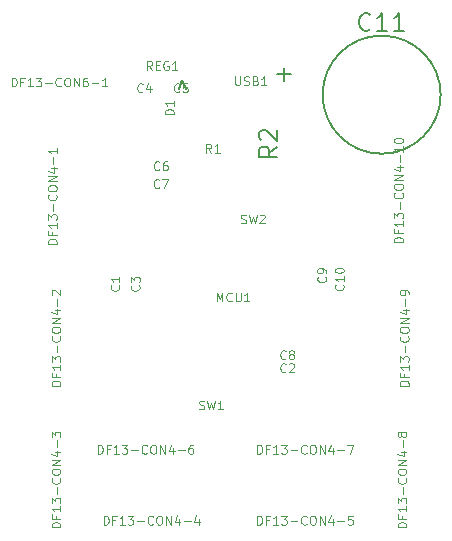
<source format=gto>
G04 (created by PCBNEW (25-Oct-2014 BZR 4029)-stable) date Mon 07 Sep 2015 11:32:33 AM EDT*
%MOIN*%
G04 Gerber Fmt 3.4, Leading zero omitted, Abs format*
%FSLAX34Y34*%
G01*
G70*
G90*
G04 APERTURE LIST*
%ADD10C,0.00393701*%
%ADD11C,0.00590551*%
%ADD12C,0.00492126*%
G04 APERTURE END LIST*
G54D10*
G54D11*
X56889Y-34409D02*
G75*
G03X56889Y-34409I-1968J0D01*
G74*
G01*
G54D12*
X45655Y-48741D02*
X45655Y-48446D01*
X45725Y-48446D01*
X45767Y-48460D01*
X45795Y-48488D01*
X45809Y-48516D01*
X45823Y-48572D01*
X45823Y-48615D01*
X45809Y-48671D01*
X45795Y-48699D01*
X45767Y-48727D01*
X45725Y-48741D01*
X45655Y-48741D01*
X46048Y-48586D02*
X45950Y-48586D01*
X45950Y-48741D02*
X45950Y-48446D01*
X46091Y-48446D01*
X46358Y-48741D02*
X46189Y-48741D01*
X46273Y-48741D02*
X46273Y-48446D01*
X46245Y-48488D01*
X46217Y-48516D01*
X46189Y-48530D01*
X46456Y-48446D02*
X46639Y-48446D01*
X46541Y-48558D01*
X46583Y-48558D01*
X46611Y-48572D01*
X46625Y-48586D01*
X46639Y-48615D01*
X46639Y-48685D01*
X46625Y-48713D01*
X46611Y-48727D01*
X46583Y-48741D01*
X46498Y-48741D01*
X46470Y-48727D01*
X46456Y-48713D01*
X46766Y-48629D02*
X46991Y-48629D01*
X47300Y-48713D02*
X47286Y-48727D01*
X47244Y-48741D01*
X47215Y-48741D01*
X47173Y-48727D01*
X47145Y-48699D01*
X47131Y-48671D01*
X47117Y-48615D01*
X47117Y-48572D01*
X47131Y-48516D01*
X47145Y-48488D01*
X47173Y-48460D01*
X47215Y-48446D01*
X47244Y-48446D01*
X47286Y-48460D01*
X47300Y-48474D01*
X47483Y-48446D02*
X47539Y-48446D01*
X47567Y-48460D01*
X47595Y-48488D01*
X47609Y-48544D01*
X47609Y-48643D01*
X47595Y-48699D01*
X47567Y-48727D01*
X47539Y-48741D01*
X47483Y-48741D01*
X47455Y-48727D01*
X47426Y-48699D01*
X47412Y-48643D01*
X47412Y-48544D01*
X47426Y-48488D01*
X47455Y-48460D01*
X47483Y-48446D01*
X47736Y-48741D02*
X47736Y-48446D01*
X47904Y-48741D01*
X47904Y-48446D01*
X48172Y-48544D02*
X48172Y-48741D01*
X48101Y-48432D02*
X48031Y-48643D01*
X48214Y-48643D01*
X48326Y-48629D02*
X48551Y-48629D01*
X48818Y-48544D02*
X48818Y-48741D01*
X48748Y-48432D02*
X48678Y-48643D01*
X48861Y-48643D01*
X49419Y-41300D02*
X49419Y-41005D01*
X49517Y-41216D01*
X49616Y-41005D01*
X49616Y-41300D01*
X49925Y-41272D02*
X49911Y-41286D01*
X49869Y-41300D01*
X49841Y-41300D01*
X49798Y-41286D01*
X49770Y-41258D01*
X49756Y-41230D01*
X49742Y-41174D01*
X49742Y-41131D01*
X49756Y-41075D01*
X49770Y-41047D01*
X49798Y-41019D01*
X49841Y-41005D01*
X49869Y-41005D01*
X49911Y-41019D01*
X49925Y-41033D01*
X50052Y-41005D02*
X50052Y-41244D01*
X50066Y-41272D01*
X50080Y-41286D01*
X50108Y-41300D01*
X50164Y-41300D01*
X50192Y-41286D01*
X50206Y-41272D01*
X50220Y-41244D01*
X50220Y-41005D01*
X50516Y-41300D02*
X50347Y-41300D01*
X50431Y-41300D02*
X50431Y-41005D01*
X50403Y-41047D01*
X50375Y-41075D01*
X50347Y-41089D01*
X50037Y-33800D02*
X50037Y-34039D01*
X50052Y-34067D01*
X50066Y-34081D01*
X50094Y-34095D01*
X50150Y-34095D01*
X50178Y-34081D01*
X50192Y-34067D01*
X50206Y-34039D01*
X50206Y-33800D01*
X50333Y-34081D02*
X50375Y-34095D01*
X50445Y-34095D01*
X50473Y-34081D01*
X50487Y-34067D01*
X50501Y-34039D01*
X50501Y-34011D01*
X50487Y-33983D01*
X50473Y-33969D01*
X50445Y-33955D01*
X50389Y-33941D01*
X50361Y-33927D01*
X50347Y-33913D01*
X50333Y-33884D01*
X50333Y-33856D01*
X50347Y-33828D01*
X50361Y-33814D01*
X50389Y-33800D01*
X50459Y-33800D01*
X50501Y-33814D01*
X50726Y-33941D02*
X50769Y-33955D01*
X50783Y-33969D01*
X50797Y-33997D01*
X50797Y-34039D01*
X50783Y-34067D01*
X50769Y-34081D01*
X50741Y-34095D01*
X50628Y-34095D01*
X50628Y-33800D01*
X50726Y-33800D01*
X50755Y-33814D01*
X50769Y-33828D01*
X50783Y-33856D01*
X50783Y-33884D01*
X50769Y-33913D01*
X50755Y-33927D01*
X50726Y-33941D01*
X50628Y-33941D01*
X51078Y-34095D02*
X50909Y-34095D01*
X50994Y-34095D02*
X50994Y-33800D01*
X50965Y-33842D01*
X50937Y-33870D01*
X50909Y-33884D01*
X47267Y-33584D02*
X47169Y-33443D01*
X47099Y-33584D02*
X47099Y-33288D01*
X47211Y-33288D01*
X47239Y-33302D01*
X47253Y-33316D01*
X47267Y-33345D01*
X47267Y-33387D01*
X47253Y-33415D01*
X47239Y-33429D01*
X47211Y-33443D01*
X47099Y-33443D01*
X47394Y-33429D02*
X47492Y-33429D01*
X47535Y-33584D02*
X47394Y-33584D01*
X47394Y-33288D01*
X47535Y-33288D01*
X47816Y-33302D02*
X47788Y-33288D01*
X47746Y-33288D01*
X47703Y-33302D01*
X47675Y-33330D01*
X47661Y-33359D01*
X47647Y-33415D01*
X47647Y-33457D01*
X47661Y-33513D01*
X47675Y-33541D01*
X47703Y-33570D01*
X47746Y-33584D01*
X47774Y-33584D01*
X47816Y-33570D01*
X47830Y-33555D01*
X47830Y-33457D01*
X47774Y-33457D01*
X48111Y-33584D02*
X47942Y-33584D01*
X48027Y-33584D02*
X48027Y-33288D01*
X47999Y-33330D01*
X47971Y-33359D01*
X47942Y-33373D01*
X42584Y-34135D02*
X42584Y-33839D01*
X42654Y-33839D01*
X42696Y-33854D01*
X42724Y-33882D01*
X42739Y-33910D01*
X42753Y-33966D01*
X42753Y-34008D01*
X42739Y-34064D01*
X42724Y-34093D01*
X42696Y-34121D01*
X42654Y-34135D01*
X42584Y-34135D01*
X42978Y-33980D02*
X42879Y-33980D01*
X42879Y-34135D02*
X42879Y-33839D01*
X43020Y-33839D01*
X43287Y-34135D02*
X43118Y-34135D01*
X43203Y-34135D02*
X43203Y-33839D01*
X43174Y-33882D01*
X43146Y-33910D01*
X43118Y-33924D01*
X43385Y-33839D02*
X43568Y-33839D01*
X43470Y-33952D01*
X43512Y-33952D01*
X43540Y-33966D01*
X43554Y-33980D01*
X43568Y-34008D01*
X43568Y-34079D01*
X43554Y-34107D01*
X43540Y-34121D01*
X43512Y-34135D01*
X43428Y-34135D01*
X43399Y-34121D01*
X43385Y-34107D01*
X43695Y-34022D02*
X43920Y-34022D01*
X44229Y-34107D02*
X44215Y-34121D01*
X44173Y-34135D01*
X44145Y-34135D01*
X44102Y-34121D01*
X44074Y-34093D01*
X44060Y-34064D01*
X44046Y-34008D01*
X44046Y-33966D01*
X44060Y-33910D01*
X44074Y-33882D01*
X44102Y-33854D01*
X44145Y-33839D01*
X44173Y-33839D01*
X44215Y-33854D01*
X44229Y-33868D01*
X44412Y-33839D02*
X44468Y-33839D01*
X44496Y-33854D01*
X44524Y-33882D01*
X44538Y-33938D01*
X44538Y-34036D01*
X44524Y-34093D01*
X44496Y-34121D01*
X44468Y-34135D01*
X44412Y-34135D01*
X44384Y-34121D01*
X44356Y-34093D01*
X44341Y-34036D01*
X44341Y-33938D01*
X44356Y-33882D01*
X44384Y-33854D01*
X44412Y-33839D01*
X44665Y-34135D02*
X44665Y-33839D01*
X44834Y-34135D01*
X44834Y-33839D01*
X45101Y-33839D02*
X45044Y-33839D01*
X45016Y-33854D01*
X45002Y-33868D01*
X44974Y-33910D01*
X44960Y-33966D01*
X44960Y-34079D01*
X44974Y-34107D01*
X44988Y-34121D01*
X45016Y-34135D01*
X45073Y-34135D01*
X45101Y-34121D01*
X45115Y-34107D01*
X45129Y-34079D01*
X45129Y-34008D01*
X45115Y-33980D01*
X45101Y-33966D01*
X45073Y-33952D01*
X45016Y-33952D01*
X44988Y-33966D01*
X44974Y-33980D01*
X44960Y-34008D01*
X45255Y-34022D02*
X45480Y-34022D01*
X45776Y-34135D02*
X45607Y-34135D01*
X45691Y-34135D02*
X45691Y-33839D01*
X45663Y-33882D01*
X45635Y-33910D01*
X45607Y-33924D01*
X45458Y-46379D02*
X45458Y-46084D01*
X45528Y-46084D01*
X45570Y-46098D01*
X45598Y-46126D01*
X45613Y-46154D01*
X45627Y-46210D01*
X45627Y-46252D01*
X45613Y-46309D01*
X45598Y-46337D01*
X45570Y-46365D01*
X45528Y-46379D01*
X45458Y-46379D01*
X45852Y-46224D02*
X45753Y-46224D01*
X45753Y-46379D02*
X45753Y-46084D01*
X45894Y-46084D01*
X46161Y-46379D02*
X45992Y-46379D01*
X46077Y-46379D02*
X46077Y-46084D01*
X46048Y-46126D01*
X46020Y-46154D01*
X45992Y-46168D01*
X46259Y-46084D02*
X46442Y-46084D01*
X46344Y-46196D01*
X46386Y-46196D01*
X46414Y-46210D01*
X46428Y-46224D01*
X46442Y-46252D01*
X46442Y-46323D01*
X46428Y-46351D01*
X46414Y-46365D01*
X46386Y-46379D01*
X46302Y-46379D01*
X46273Y-46365D01*
X46259Y-46351D01*
X46569Y-46266D02*
X46794Y-46266D01*
X47103Y-46351D02*
X47089Y-46365D01*
X47047Y-46379D01*
X47019Y-46379D01*
X46976Y-46365D01*
X46948Y-46337D01*
X46934Y-46309D01*
X46920Y-46252D01*
X46920Y-46210D01*
X46934Y-46154D01*
X46948Y-46126D01*
X46976Y-46098D01*
X47019Y-46084D01*
X47047Y-46084D01*
X47089Y-46098D01*
X47103Y-46112D01*
X47286Y-46084D02*
X47342Y-46084D01*
X47370Y-46098D01*
X47398Y-46126D01*
X47412Y-46182D01*
X47412Y-46280D01*
X47398Y-46337D01*
X47370Y-46365D01*
X47342Y-46379D01*
X47286Y-46379D01*
X47258Y-46365D01*
X47230Y-46337D01*
X47215Y-46280D01*
X47215Y-46182D01*
X47230Y-46126D01*
X47258Y-46098D01*
X47286Y-46084D01*
X47539Y-46379D02*
X47539Y-46084D01*
X47708Y-46379D01*
X47708Y-46084D01*
X47975Y-46182D02*
X47975Y-46379D01*
X47904Y-46070D02*
X47834Y-46280D01*
X48017Y-46280D01*
X48129Y-46266D02*
X48354Y-46266D01*
X48622Y-46084D02*
X48565Y-46084D01*
X48537Y-46098D01*
X48523Y-46112D01*
X48495Y-46154D01*
X48481Y-46210D01*
X48481Y-46323D01*
X48495Y-46351D01*
X48509Y-46365D01*
X48537Y-46379D01*
X48593Y-46379D01*
X48622Y-46365D01*
X48636Y-46351D01*
X48650Y-46323D01*
X48650Y-46252D01*
X48636Y-46224D01*
X48622Y-46210D01*
X48593Y-46196D01*
X48537Y-46196D01*
X48509Y-46210D01*
X48495Y-46224D01*
X48481Y-46252D01*
X44095Y-39384D02*
X43800Y-39384D01*
X43800Y-39313D01*
X43814Y-39271D01*
X43842Y-39243D01*
X43870Y-39229D01*
X43927Y-39215D01*
X43969Y-39215D01*
X44025Y-39229D01*
X44053Y-39243D01*
X44081Y-39271D01*
X44095Y-39313D01*
X44095Y-39384D01*
X43941Y-38990D02*
X43941Y-39088D01*
X44095Y-39088D02*
X43800Y-39088D01*
X43800Y-38948D01*
X44095Y-38681D02*
X44095Y-38849D01*
X44095Y-38765D02*
X43800Y-38765D01*
X43842Y-38793D01*
X43870Y-38821D01*
X43884Y-38849D01*
X43800Y-38582D02*
X43800Y-38399D01*
X43913Y-38498D01*
X43913Y-38456D01*
X43927Y-38428D01*
X43941Y-38413D01*
X43969Y-38399D01*
X44039Y-38399D01*
X44067Y-38413D01*
X44081Y-38428D01*
X44095Y-38456D01*
X44095Y-38540D01*
X44081Y-38568D01*
X44067Y-38582D01*
X43983Y-38273D02*
X43983Y-38048D01*
X44067Y-37739D02*
X44081Y-37753D01*
X44095Y-37795D01*
X44095Y-37823D01*
X44081Y-37865D01*
X44053Y-37893D01*
X44025Y-37907D01*
X43969Y-37921D01*
X43927Y-37921D01*
X43870Y-37907D01*
X43842Y-37893D01*
X43814Y-37865D01*
X43800Y-37823D01*
X43800Y-37795D01*
X43814Y-37753D01*
X43828Y-37739D01*
X43800Y-37556D02*
X43800Y-37499D01*
X43814Y-37471D01*
X43842Y-37443D01*
X43899Y-37429D01*
X43997Y-37429D01*
X44053Y-37443D01*
X44081Y-37471D01*
X44095Y-37499D01*
X44095Y-37556D01*
X44081Y-37584D01*
X44053Y-37612D01*
X43997Y-37626D01*
X43899Y-37626D01*
X43842Y-37612D01*
X43814Y-37584D01*
X43800Y-37556D01*
X44095Y-37303D02*
X43800Y-37303D01*
X44095Y-37134D01*
X43800Y-37134D01*
X43899Y-36867D02*
X44095Y-36867D01*
X43786Y-36937D02*
X43997Y-37007D01*
X43997Y-36825D01*
X43983Y-36712D02*
X43983Y-36487D01*
X44095Y-36192D02*
X44095Y-36361D01*
X44095Y-36276D02*
X43800Y-36276D01*
X43842Y-36304D01*
X43870Y-36332D01*
X43884Y-36361D01*
X44214Y-44108D02*
X43918Y-44108D01*
X43918Y-44038D01*
X43932Y-43996D01*
X43960Y-43967D01*
X43989Y-43953D01*
X44045Y-43939D01*
X44087Y-43939D01*
X44143Y-43953D01*
X44171Y-43967D01*
X44199Y-43996D01*
X44214Y-44038D01*
X44214Y-44108D01*
X44059Y-43714D02*
X44059Y-43813D01*
X44214Y-43813D02*
X43918Y-43813D01*
X43918Y-43672D01*
X44214Y-43405D02*
X44214Y-43574D01*
X44214Y-43489D02*
X43918Y-43489D01*
X43960Y-43517D01*
X43989Y-43546D01*
X44003Y-43574D01*
X43918Y-43307D02*
X43918Y-43124D01*
X44031Y-43222D01*
X44031Y-43180D01*
X44045Y-43152D01*
X44059Y-43138D01*
X44087Y-43124D01*
X44157Y-43124D01*
X44185Y-43138D01*
X44199Y-43152D01*
X44214Y-43180D01*
X44214Y-43264D01*
X44199Y-43293D01*
X44185Y-43307D01*
X44101Y-42997D02*
X44101Y-42772D01*
X44185Y-42463D02*
X44199Y-42477D01*
X44214Y-42519D01*
X44214Y-42547D01*
X44199Y-42589D01*
X44171Y-42618D01*
X44143Y-42632D01*
X44087Y-42646D01*
X44045Y-42646D01*
X43989Y-42632D01*
X43960Y-42618D01*
X43932Y-42589D01*
X43918Y-42547D01*
X43918Y-42519D01*
X43932Y-42477D01*
X43946Y-42463D01*
X43918Y-42280D02*
X43918Y-42224D01*
X43932Y-42196D01*
X43960Y-42168D01*
X44017Y-42154D01*
X44115Y-42154D01*
X44171Y-42168D01*
X44199Y-42196D01*
X44214Y-42224D01*
X44214Y-42280D01*
X44199Y-42308D01*
X44171Y-42336D01*
X44115Y-42350D01*
X44017Y-42350D01*
X43960Y-42336D01*
X43932Y-42308D01*
X43918Y-42280D01*
X44214Y-42027D02*
X43918Y-42027D01*
X44214Y-41858D01*
X43918Y-41858D01*
X44017Y-41591D02*
X44214Y-41591D01*
X43904Y-41661D02*
X44115Y-41732D01*
X44115Y-41549D01*
X44101Y-41437D02*
X44101Y-41212D01*
X43946Y-41085D02*
X43932Y-41071D01*
X43918Y-41043D01*
X43918Y-40973D01*
X43932Y-40944D01*
X43946Y-40930D01*
X43974Y-40916D01*
X44003Y-40916D01*
X44045Y-40930D01*
X44214Y-41099D01*
X44214Y-40916D01*
X44214Y-48832D02*
X43918Y-48832D01*
X43918Y-48762D01*
X43932Y-48720D01*
X43960Y-48692D01*
X43989Y-48678D01*
X44045Y-48664D01*
X44087Y-48664D01*
X44143Y-48678D01*
X44171Y-48692D01*
X44199Y-48720D01*
X44214Y-48762D01*
X44214Y-48832D01*
X44059Y-48439D02*
X44059Y-48537D01*
X44214Y-48537D02*
X43918Y-48537D01*
X43918Y-48397D01*
X44214Y-48129D02*
X44214Y-48298D01*
X44214Y-48214D02*
X43918Y-48214D01*
X43960Y-48242D01*
X43989Y-48270D01*
X44003Y-48298D01*
X43918Y-48031D02*
X43918Y-47848D01*
X44031Y-47947D01*
X44031Y-47904D01*
X44045Y-47876D01*
X44059Y-47862D01*
X44087Y-47848D01*
X44157Y-47848D01*
X44185Y-47862D01*
X44199Y-47876D01*
X44214Y-47904D01*
X44214Y-47989D01*
X44199Y-48017D01*
X44185Y-48031D01*
X44101Y-47722D02*
X44101Y-47497D01*
X44185Y-47187D02*
X44199Y-47201D01*
X44214Y-47244D01*
X44214Y-47272D01*
X44199Y-47314D01*
X44171Y-47342D01*
X44143Y-47356D01*
X44087Y-47370D01*
X44045Y-47370D01*
X43989Y-47356D01*
X43960Y-47342D01*
X43932Y-47314D01*
X43918Y-47272D01*
X43918Y-47244D01*
X43932Y-47201D01*
X43946Y-47187D01*
X43918Y-47005D02*
X43918Y-46948D01*
X43932Y-46920D01*
X43960Y-46892D01*
X44017Y-46878D01*
X44115Y-46878D01*
X44171Y-46892D01*
X44199Y-46920D01*
X44214Y-46948D01*
X44214Y-47005D01*
X44199Y-47033D01*
X44171Y-47061D01*
X44115Y-47075D01*
X44017Y-47075D01*
X43960Y-47061D01*
X43932Y-47033D01*
X43918Y-47005D01*
X44214Y-46751D02*
X43918Y-46751D01*
X44214Y-46583D01*
X43918Y-46583D01*
X44017Y-46316D02*
X44214Y-46316D01*
X43904Y-46386D02*
X44115Y-46456D01*
X44115Y-46273D01*
X44101Y-46161D02*
X44101Y-45936D01*
X43918Y-45823D02*
X43918Y-45641D01*
X44031Y-45739D01*
X44031Y-45697D01*
X44045Y-45669D01*
X44059Y-45655D01*
X44087Y-45641D01*
X44157Y-45641D01*
X44185Y-45655D01*
X44199Y-45669D01*
X44214Y-45697D01*
X44214Y-45781D01*
X44199Y-45809D01*
X44185Y-45823D01*
X50773Y-48741D02*
X50773Y-48446D01*
X50843Y-48446D01*
X50885Y-48460D01*
X50913Y-48488D01*
X50928Y-48516D01*
X50942Y-48572D01*
X50942Y-48615D01*
X50928Y-48671D01*
X50913Y-48699D01*
X50885Y-48727D01*
X50843Y-48741D01*
X50773Y-48741D01*
X51167Y-48586D02*
X51068Y-48586D01*
X51068Y-48741D02*
X51068Y-48446D01*
X51209Y-48446D01*
X51476Y-48741D02*
X51307Y-48741D01*
X51392Y-48741D02*
X51392Y-48446D01*
X51363Y-48488D01*
X51335Y-48516D01*
X51307Y-48530D01*
X51574Y-48446D02*
X51757Y-48446D01*
X51659Y-48558D01*
X51701Y-48558D01*
X51729Y-48572D01*
X51743Y-48586D01*
X51757Y-48615D01*
X51757Y-48685D01*
X51743Y-48713D01*
X51729Y-48727D01*
X51701Y-48741D01*
X51616Y-48741D01*
X51588Y-48727D01*
X51574Y-48713D01*
X51884Y-48629D02*
X52109Y-48629D01*
X52418Y-48713D02*
X52404Y-48727D01*
X52362Y-48741D01*
X52334Y-48741D01*
X52291Y-48727D01*
X52263Y-48699D01*
X52249Y-48671D01*
X52235Y-48615D01*
X52235Y-48572D01*
X52249Y-48516D01*
X52263Y-48488D01*
X52291Y-48460D01*
X52334Y-48446D01*
X52362Y-48446D01*
X52404Y-48460D01*
X52418Y-48474D01*
X52601Y-48446D02*
X52657Y-48446D01*
X52685Y-48460D01*
X52713Y-48488D01*
X52727Y-48544D01*
X52727Y-48643D01*
X52713Y-48699D01*
X52685Y-48727D01*
X52657Y-48741D01*
X52601Y-48741D01*
X52573Y-48727D01*
X52544Y-48699D01*
X52530Y-48643D01*
X52530Y-48544D01*
X52544Y-48488D01*
X52573Y-48460D01*
X52601Y-48446D01*
X52854Y-48741D02*
X52854Y-48446D01*
X53023Y-48741D01*
X53023Y-48446D01*
X53290Y-48544D02*
X53290Y-48741D01*
X53219Y-48432D02*
X53149Y-48643D01*
X53332Y-48643D01*
X53444Y-48629D02*
X53669Y-48629D01*
X53951Y-48446D02*
X53810Y-48446D01*
X53796Y-48586D01*
X53810Y-48572D01*
X53838Y-48558D01*
X53908Y-48558D01*
X53937Y-48572D01*
X53951Y-48586D01*
X53965Y-48615D01*
X53965Y-48685D01*
X53951Y-48713D01*
X53937Y-48727D01*
X53908Y-48741D01*
X53838Y-48741D01*
X53810Y-48727D01*
X53796Y-48713D01*
X50773Y-46379D02*
X50773Y-46084D01*
X50843Y-46084D01*
X50885Y-46098D01*
X50913Y-46126D01*
X50928Y-46154D01*
X50942Y-46210D01*
X50942Y-46252D01*
X50928Y-46309D01*
X50913Y-46337D01*
X50885Y-46365D01*
X50843Y-46379D01*
X50773Y-46379D01*
X51167Y-46224D02*
X51068Y-46224D01*
X51068Y-46379D02*
X51068Y-46084D01*
X51209Y-46084D01*
X51476Y-46379D02*
X51307Y-46379D01*
X51392Y-46379D02*
X51392Y-46084D01*
X51363Y-46126D01*
X51335Y-46154D01*
X51307Y-46168D01*
X51574Y-46084D02*
X51757Y-46084D01*
X51659Y-46196D01*
X51701Y-46196D01*
X51729Y-46210D01*
X51743Y-46224D01*
X51757Y-46252D01*
X51757Y-46323D01*
X51743Y-46351D01*
X51729Y-46365D01*
X51701Y-46379D01*
X51616Y-46379D01*
X51588Y-46365D01*
X51574Y-46351D01*
X51884Y-46266D02*
X52109Y-46266D01*
X52418Y-46351D02*
X52404Y-46365D01*
X52362Y-46379D01*
X52334Y-46379D01*
X52291Y-46365D01*
X52263Y-46337D01*
X52249Y-46309D01*
X52235Y-46252D01*
X52235Y-46210D01*
X52249Y-46154D01*
X52263Y-46126D01*
X52291Y-46098D01*
X52334Y-46084D01*
X52362Y-46084D01*
X52404Y-46098D01*
X52418Y-46112D01*
X52601Y-46084D02*
X52657Y-46084D01*
X52685Y-46098D01*
X52713Y-46126D01*
X52727Y-46182D01*
X52727Y-46280D01*
X52713Y-46337D01*
X52685Y-46365D01*
X52657Y-46379D01*
X52601Y-46379D01*
X52573Y-46365D01*
X52544Y-46337D01*
X52530Y-46280D01*
X52530Y-46182D01*
X52544Y-46126D01*
X52573Y-46098D01*
X52601Y-46084D01*
X52854Y-46379D02*
X52854Y-46084D01*
X53023Y-46379D01*
X53023Y-46084D01*
X53290Y-46182D02*
X53290Y-46379D01*
X53219Y-46070D02*
X53149Y-46280D01*
X53332Y-46280D01*
X53444Y-46266D02*
X53669Y-46266D01*
X53782Y-46084D02*
X53979Y-46084D01*
X53852Y-46379D01*
X55749Y-48832D02*
X55454Y-48832D01*
X55454Y-48762D01*
X55468Y-48720D01*
X55496Y-48692D01*
X55524Y-48678D01*
X55580Y-48664D01*
X55622Y-48664D01*
X55679Y-48678D01*
X55707Y-48692D01*
X55735Y-48720D01*
X55749Y-48762D01*
X55749Y-48832D01*
X55594Y-48439D02*
X55594Y-48537D01*
X55749Y-48537D02*
X55454Y-48537D01*
X55454Y-48397D01*
X55749Y-48129D02*
X55749Y-48298D01*
X55749Y-48214D02*
X55454Y-48214D01*
X55496Y-48242D01*
X55524Y-48270D01*
X55538Y-48298D01*
X55454Y-48031D02*
X55454Y-47848D01*
X55566Y-47947D01*
X55566Y-47904D01*
X55580Y-47876D01*
X55594Y-47862D01*
X55622Y-47848D01*
X55693Y-47848D01*
X55721Y-47862D01*
X55735Y-47876D01*
X55749Y-47904D01*
X55749Y-47989D01*
X55735Y-48017D01*
X55721Y-48031D01*
X55636Y-47722D02*
X55636Y-47497D01*
X55721Y-47187D02*
X55735Y-47201D01*
X55749Y-47244D01*
X55749Y-47272D01*
X55735Y-47314D01*
X55707Y-47342D01*
X55679Y-47356D01*
X55622Y-47370D01*
X55580Y-47370D01*
X55524Y-47356D01*
X55496Y-47342D01*
X55468Y-47314D01*
X55454Y-47272D01*
X55454Y-47244D01*
X55468Y-47201D01*
X55482Y-47187D01*
X55454Y-47005D02*
X55454Y-46948D01*
X55468Y-46920D01*
X55496Y-46892D01*
X55552Y-46878D01*
X55651Y-46878D01*
X55707Y-46892D01*
X55735Y-46920D01*
X55749Y-46948D01*
X55749Y-47005D01*
X55735Y-47033D01*
X55707Y-47061D01*
X55651Y-47075D01*
X55552Y-47075D01*
X55496Y-47061D01*
X55468Y-47033D01*
X55454Y-47005D01*
X55749Y-46751D02*
X55454Y-46751D01*
X55749Y-46583D01*
X55454Y-46583D01*
X55552Y-46316D02*
X55749Y-46316D01*
X55440Y-46386D02*
X55651Y-46456D01*
X55651Y-46273D01*
X55636Y-46161D02*
X55636Y-45936D01*
X55580Y-45753D02*
X55566Y-45781D01*
X55552Y-45795D01*
X55524Y-45809D01*
X55510Y-45809D01*
X55482Y-45795D01*
X55468Y-45781D01*
X55454Y-45753D01*
X55454Y-45697D01*
X55468Y-45669D01*
X55482Y-45655D01*
X55510Y-45641D01*
X55524Y-45641D01*
X55552Y-45655D01*
X55566Y-45669D01*
X55580Y-45697D01*
X55580Y-45753D01*
X55594Y-45781D01*
X55608Y-45795D01*
X55636Y-45809D01*
X55693Y-45809D01*
X55721Y-45795D01*
X55735Y-45781D01*
X55749Y-45753D01*
X55749Y-45697D01*
X55735Y-45669D01*
X55721Y-45655D01*
X55693Y-45641D01*
X55636Y-45641D01*
X55608Y-45655D01*
X55594Y-45669D01*
X55580Y-45697D01*
X55828Y-44108D02*
X55532Y-44108D01*
X55532Y-44038D01*
X55546Y-43996D01*
X55575Y-43967D01*
X55603Y-43953D01*
X55659Y-43939D01*
X55701Y-43939D01*
X55757Y-43953D01*
X55785Y-43967D01*
X55814Y-43996D01*
X55828Y-44038D01*
X55828Y-44108D01*
X55673Y-43714D02*
X55673Y-43813D01*
X55828Y-43813D02*
X55532Y-43813D01*
X55532Y-43672D01*
X55828Y-43405D02*
X55828Y-43574D01*
X55828Y-43489D02*
X55532Y-43489D01*
X55575Y-43517D01*
X55603Y-43546D01*
X55617Y-43574D01*
X55532Y-43307D02*
X55532Y-43124D01*
X55645Y-43222D01*
X55645Y-43180D01*
X55659Y-43152D01*
X55673Y-43138D01*
X55701Y-43124D01*
X55771Y-43124D01*
X55800Y-43138D01*
X55814Y-43152D01*
X55828Y-43180D01*
X55828Y-43264D01*
X55814Y-43293D01*
X55800Y-43307D01*
X55715Y-42997D02*
X55715Y-42772D01*
X55800Y-42463D02*
X55814Y-42477D01*
X55828Y-42519D01*
X55828Y-42547D01*
X55814Y-42589D01*
X55785Y-42618D01*
X55757Y-42632D01*
X55701Y-42646D01*
X55659Y-42646D01*
X55603Y-42632D01*
X55575Y-42618D01*
X55546Y-42589D01*
X55532Y-42547D01*
X55532Y-42519D01*
X55546Y-42477D01*
X55561Y-42463D01*
X55532Y-42280D02*
X55532Y-42224D01*
X55546Y-42196D01*
X55575Y-42168D01*
X55631Y-42154D01*
X55729Y-42154D01*
X55785Y-42168D01*
X55814Y-42196D01*
X55828Y-42224D01*
X55828Y-42280D01*
X55814Y-42308D01*
X55785Y-42336D01*
X55729Y-42350D01*
X55631Y-42350D01*
X55575Y-42336D01*
X55546Y-42308D01*
X55532Y-42280D01*
X55828Y-42027D02*
X55532Y-42027D01*
X55828Y-41858D01*
X55532Y-41858D01*
X55631Y-41591D02*
X55828Y-41591D01*
X55518Y-41661D02*
X55729Y-41732D01*
X55729Y-41549D01*
X55715Y-41437D02*
X55715Y-41212D01*
X55828Y-41057D02*
X55828Y-41001D01*
X55814Y-40973D01*
X55800Y-40958D01*
X55757Y-40930D01*
X55701Y-40916D01*
X55589Y-40916D01*
X55561Y-40930D01*
X55546Y-40944D01*
X55532Y-40973D01*
X55532Y-41029D01*
X55546Y-41057D01*
X55561Y-41071D01*
X55589Y-41085D01*
X55659Y-41085D01*
X55687Y-41071D01*
X55701Y-41057D01*
X55715Y-41029D01*
X55715Y-40973D01*
X55701Y-40944D01*
X55687Y-40930D01*
X55659Y-40916D01*
X55631Y-39327D02*
X55336Y-39327D01*
X55336Y-39257D01*
X55350Y-39215D01*
X55378Y-39187D01*
X55406Y-39173D01*
X55462Y-39159D01*
X55504Y-39159D01*
X55561Y-39173D01*
X55589Y-39187D01*
X55617Y-39215D01*
X55631Y-39257D01*
X55631Y-39327D01*
X55476Y-38934D02*
X55476Y-39032D01*
X55631Y-39032D02*
X55336Y-39032D01*
X55336Y-38892D01*
X55631Y-38624D02*
X55631Y-38793D01*
X55631Y-38709D02*
X55336Y-38709D01*
X55378Y-38737D01*
X55406Y-38765D01*
X55420Y-38793D01*
X55336Y-38526D02*
X55336Y-38343D01*
X55448Y-38442D01*
X55448Y-38399D01*
X55462Y-38371D01*
X55476Y-38357D01*
X55504Y-38343D01*
X55575Y-38343D01*
X55603Y-38357D01*
X55617Y-38371D01*
X55631Y-38399D01*
X55631Y-38484D01*
X55617Y-38512D01*
X55603Y-38526D01*
X55518Y-38217D02*
X55518Y-37992D01*
X55603Y-37682D02*
X55617Y-37696D01*
X55631Y-37739D01*
X55631Y-37767D01*
X55617Y-37809D01*
X55589Y-37837D01*
X55561Y-37851D01*
X55504Y-37865D01*
X55462Y-37865D01*
X55406Y-37851D01*
X55378Y-37837D01*
X55350Y-37809D01*
X55336Y-37767D01*
X55336Y-37739D01*
X55350Y-37696D01*
X55364Y-37682D01*
X55336Y-37499D02*
X55336Y-37443D01*
X55350Y-37415D01*
X55378Y-37387D01*
X55434Y-37373D01*
X55532Y-37373D01*
X55589Y-37387D01*
X55617Y-37415D01*
X55631Y-37443D01*
X55631Y-37499D01*
X55617Y-37528D01*
X55589Y-37556D01*
X55532Y-37570D01*
X55434Y-37570D01*
X55378Y-37556D01*
X55350Y-37528D01*
X55336Y-37499D01*
X55631Y-37246D02*
X55336Y-37246D01*
X55631Y-37078D01*
X55336Y-37078D01*
X55434Y-36811D02*
X55631Y-36811D01*
X55321Y-36881D02*
X55532Y-36951D01*
X55532Y-36768D01*
X55518Y-36656D02*
X55518Y-36431D01*
X55631Y-36136D02*
X55631Y-36304D01*
X55631Y-36220D02*
X55336Y-36220D01*
X55378Y-36248D01*
X55406Y-36276D01*
X55420Y-36304D01*
X55336Y-35953D02*
X55336Y-35925D01*
X55350Y-35897D01*
X55364Y-35883D01*
X55392Y-35868D01*
X55448Y-35854D01*
X55518Y-35854D01*
X55575Y-35868D01*
X55603Y-35883D01*
X55617Y-35897D01*
X55631Y-35925D01*
X55631Y-35953D01*
X55617Y-35981D01*
X55603Y-35995D01*
X55575Y-36009D01*
X55518Y-36023D01*
X55448Y-36023D01*
X55392Y-36009D01*
X55364Y-35995D01*
X55350Y-35981D01*
X55336Y-35953D01*
X47993Y-35060D02*
X47698Y-35060D01*
X47698Y-34990D01*
X47712Y-34947D01*
X47740Y-34919D01*
X47768Y-34905D01*
X47824Y-34891D01*
X47866Y-34891D01*
X47923Y-34905D01*
X47951Y-34919D01*
X47979Y-34947D01*
X47993Y-34990D01*
X47993Y-35060D01*
X47993Y-34610D02*
X47993Y-34779D01*
X47993Y-34694D02*
X47698Y-34694D01*
X47740Y-34723D01*
X47768Y-34751D01*
X47782Y-34779D01*
G54D11*
X48164Y-34205D02*
X48277Y-33905D01*
X48389Y-34205D01*
G54D12*
X47509Y-37492D02*
X47495Y-37507D01*
X47453Y-37521D01*
X47425Y-37521D01*
X47383Y-37507D01*
X47355Y-37478D01*
X47341Y-37450D01*
X47327Y-37394D01*
X47327Y-37352D01*
X47341Y-37296D01*
X47355Y-37267D01*
X47383Y-37239D01*
X47425Y-37225D01*
X47453Y-37225D01*
X47495Y-37239D01*
X47509Y-37253D01*
X47608Y-37225D02*
X47805Y-37225D01*
X47678Y-37521D01*
X46823Y-40757D02*
X46837Y-40771D01*
X46851Y-40814D01*
X46851Y-40842D01*
X46837Y-40884D01*
X46809Y-40912D01*
X46781Y-40926D01*
X46725Y-40940D01*
X46683Y-40940D01*
X46626Y-40926D01*
X46598Y-40912D01*
X46570Y-40884D01*
X46556Y-40842D01*
X46556Y-40814D01*
X46570Y-40771D01*
X46584Y-40757D01*
X46556Y-40659D02*
X46556Y-40476D01*
X46669Y-40575D01*
X46669Y-40532D01*
X46683Y-40504D01*
X46697Y-40490D01*
X46725Y-40476D01*
X46795Y-40476D01*
X46823Y-40490D01*
X46837Y-40504D01*
X46851Y-40532D01*
X46851Y-40617D01*
X46837Y-40645D01*
X46823Y-40659D01*
X53044Y-40482D02*
X53058Y-40496D01*
X53072Y-40538D01*
X53072Y-40566D01*
X53058Y-40608D01*
X53030Y-40636D01*
X53001Y-40651D01*
X52945Y-40665D01*
X52903Y-40665D01*
X52847Y-40651D01*
X52819Y-40636D01*
X52791Y-40608D01*
X52776Y-40566D01*
X52776Y-40538D01*
X52791Y-40496D01*
X52805Y-40482D01*
X53072Y-40341D02*
X53072Y-40285D01*
X53058Y-40257D01*
X53044Y-40243D01*
X53001Y-40215D01*
X52945Y-40201D01*
X52833Y-40201D01*
X52805Y-40215D01*
X52791Y-40229D01*
X52776Y-40257D01*
X52776Y-40313D01*
X52791Y-40341D01*
X52805Y-40355D01*
X52833Y-40369D01*
X52903Y-40369D01*
X52931Y-40355D01*
X52945Y-40341D01*
X52959Y-40313D01*
X52959Y-40257D01*
X52945Y-40229D01*
X52931Y-40215D01*
X52903Y-40201D01*
X51722Y-43201D02*
X51708Y-43215D01*
X51666Y-43229D01*
X51638Y-43229D01*
X51595Y-43215D01*
X51567Y-43187D01*
X51553Y-43159D01*
X51539Y-43103D01*
X51539Y-43061D01*
X51553Y-43004D01*
X51567Y-42976D01*
X51595Y-42948D01*
X51638Y-42934D01*
X51666Y-42934D01*
X51708Y-42948D01*
X51722Y-42962D01*
X51891Y-43061D02*
X51863Y-43046D01*
X51848Y-43032D01*
X51834Y-43004D01*
X51834Y-42990D01*
X51848Y-42962D01*
X51863Y-42948D01*
X51891Y-42934D01*
X51947Y-42934D01*
X51975Y-42948D01*
X51989Y-42962D01*
X52003Y-42990D01*
X52003Y-43004D01*
X51989Y-43032D01*
X51975Y-43046D01*
X51947Y-43061D01*
X51891Y-43061D01*
X51863Y-43075D01*
X51848Y-43089D01*
X51834Y-43117D01*
X51834Y-43173D01*
X51848Y-43201D01*
X51863Y-43215D01*
X51891Y-43229D01*
X51947Y-43229D01*
X51975Y-43215D01*
X51989Y-43201D01*
X52003Y-43173D01*
X52003Y-43117D01*
X51989Y-43089D01*
X51975Y-43075D01*
X51947Y-43061D01*
X47509Y-36902D02*
X47495Y-36916D01*
X47453Y-36930D01*
X47425Y-36930D01*
X47383Y-36916D01*
X47355Y-36888D01*
X47341Y-36860D01*
X47327Y-36803D01*
X47327Y-36761D01*
X47341Y-36705D01*
X47355Y-36677D01*
X47383Y-36649D01*
X47425Y-36635D01*
X47453Y-36635D01*
X47495Y-36649D01*
X47509Y-36663D01*
X47762Y-36635D02*
X47706Y-36635D01*
X47678Y-36649D01*
X47664Y-36663D01*
X47636Y-36705D01*
X47622Y-36761D01*
X47622Y-36874D01*
X47636Y-36902D01*
X47650Y-36916D01*
X47678Y-36930D01*
X47734Y-36930D01*
X47762Y-36916D01*
X47776Y-36902D01*
X47791Y-36874D01*
X47791Y-36803D01*
X47776Y-36775D01*
X47762Y-36761D01*
X47734Y-36747D01*
X47678Y-36747D01*
X47650Y-36761D01*
X47636Y-36775D01*
X47622Y-36803D01*
X53634Y-40741D02*
X53648Y-40755D01*
X53662Y-40797D01*
X53662Y-40825D01*
X53648Y-40867D01*
X53620Y-40895D01*
X53592Y-40909D01*
X53536Y-40923D01*
X53494Y-40923D01*
X53437Y-40909D01*
X53409Y-40895D01*
X53381Y-40867D01*
X53367Y-40825D01*
X53367Y-40797D01*
X53381Y-40755D01*
X53395Y-40741D01*
X53662Y-40459D02*
X53662Y-40628D01*
X53662Y-40544D02*
X53367Y-40544D01*
X53409Y-40572D01*
X53437Y-40600D01*
X53451Y-40628D01*
X53367Y-40276D02*
X53367Y-40248D01*
X53381Y-40220D01*
X53395Y-40206D01*
X53423Y-40192D01*
X53480Y-40178D01*
X53550Y-40178D01*
X53606Y-40192D01*
X53634Y-40206D01*
X53648Y-40220D01*
X53662Y-40248D01*
X53662Y-40276D01*
X53648Y-40305D01*
X53634Y-40319D01*
X53606Y-40333D01*
X53550Y-40347D01*
X53480Y-40347D01*
X53423Y-40333D01*
X53395Y-40319D01*
X53381Y-40305D01*
X53367Y-40276D01*
X46154Y-40757D02*
X46168Y-40771D01*
X46182Y-40814D01*
X46182Y-40842D01*
X46168Y-40884D01*
X46140Y-40912D01*
X46112Y-40926D01*
X46055Y-40940D01*
X46013Y-40940D01*
X45957Y-40926D01*
X45929Y-40912D01*
X45901Y-40884D01*
X45887Y-40842D01*
X45887Y-40814D01*
X45901Y-40771D01*
X45915Y-40757D01*
X46182Y-40476D02*
X46182Y-40645D01*
X46182Y-40561D02*
X45887Y-40561D01*
X45929Y-40589D01*
X45957Y-40617D01*
X45971Y-40645D01*
X51722Y-43634D02*
X51708Y-43648D01*
X51666Y-43662D01*
X51638Y-43662D01*
X51595Y-43648D01*
X51567Y-43620D01*
X51553Y-43592D01*
X51539Y-43536D01*
X51539Y-43494D01*
X51553Y-43437D01*
X51567Y-43409D01*
X51595Y-43381D01*
X51638Y-43367D01*
X51666Y-43367D01*
X51708Y-43381D01*
X51722Y-43395D01*
X51834Y-43395D02*
X51848Y-43381D01*
X51877Y-43367D01*
X51947Y-43367D01*
X51975Y-43381D01*
X51989Y-43395D01*
X52003Y-43423D01*
X52003Y-43451D01*
X51989Y-43494D01*
X51820Y-43662D01*
X52003Y-43662D01*
X49242Y-36339D02*
X49143Y-36199D01*
X49073Y-36339D02*
X49073Y-36044D01*
X49185Y-36044D01*
X49214Y-36058D01*
X49228Y-36072D01*
X49242Y-36100D01*
X49242Y-36143D01*
X49228Y-36171D01*
X49214Y-36185D01*
X49185Y-36199D01*
X49073Y-36199D01*
X49523Y-36339D02*
X49354Y-36339D01*
X49438Y-36339D02*
X49438Y-36044D01*
X49410Y-36086D01*
X49382Y-36115D01*
X49354Y-36129D01*
X46958Y-34303D02*
X46944Y-34318D01*
X46902Y-34332D01*
X46874Y-34332D01*
X46832Y-34318D01*
X46803Y-34289D01*
X46789Y-34261D01*
X46775Y-34205D01*
X46775Y-34163D01*
X46789Y-34107D01*
X46803Y-34079D01*
X46832Y-34050D01*
X46874Y-34036D01*
X46902Y-34036D01*
X46944Y-34050D01*
X46958Y-34064D01*
X47211Y-34135D02*
X47211Y-34332D01*
X47141Y-34022D02*
X47071Y-34233D01*
X47253Y-34233D01*
X48179Y-34303D02*
X48165Y-34318D01*
X48122Y-34332D01*
X48094Y-34332D01*
X48052Y-34318D01*
X48024Y-34289D01*
X48010Y-34261D01*
X47996Y-34205D01*
X47996Y-34163D01*
X48010Y-34107D01*
X48024Y-34079D01*
X48052Y-34050D01*
X48094Y-34036D01*
X48122Y-34036D01*
X48165Y-34050D01*
X48179Y-34064D01*
X48446Y-34036D02*
X48305Y-34036D01*
X48291Y-34177D01*
X48305Y-34163D01*
X48333Y-34149D01*
X48404Y-34149D01*
X48432Y-34163D01*
X48446Y-34177D01*
X48460Y-34205D01*
X48460Y-34275D01*
X48446Y-34303D01*
X48432Y-34318D01*
X48404Y-34332D01*
X48333Y-34332D01*
X48305Y-34318D01*
X48291Y-34303D01*
X50236Y-38688D02*
X50278Y-38702D01*
X50348Y-38702D01*
X50376Y-38688D01*
X50390Y-38674D01*
X50404Y-38645D01*
X50404Y-38617D01*
X50390Y-38589D01*
X50376Y-38575D01*
X50348Y-38561D01*
X50292Y-38547D01*
X50264Y-38533D01*
X50250Y-38519D01*
X50236Y-38491D01*
X50236Y-38463D01*
X50250Y-38435D01*
X50264Y-38420D01*
X50292Y-38406D01*
X50362Y-38406D01*
X50404Y-38420D01*
X50503Y-38406D02*
X50573Y-38702D01*
X50629Y-38491D01*
X50686Y-38702D01*
X50756Y-38406D01*
X50854Y-38435D02*
X50868Y-38420D01*
X50897Y-38406D01*
X50967Y-38406D01*
X50995Y-38420D01*
X51009Y-38435D01*
X51023Y-38463D01*
X51023Y-38491D01*
X51009Y-38533D01*
X50840Y-38702D01*
X51023Y-38702D01*
X48846Y-44888D02*
X48888Y-44902D01*
X48958Y-44902D01*
X48987Y-44888D01*
X49001Y-44874D01*
X49015Y-44846D01*
X49015Y-44818D01*
X49001Y-44790D01*
X48987Y-44776D01*
X48958Y-44762D01*
X48902Y-44748D01*
X48874Y-44734D01*
X48860Y-44720D01*
X48846Y-44692D01*
X48846Y-44663D01*
X48860Y-44635D01*
X48874Y-44621D01*
X48902Y-44607D01*
X48973Y-44607D01*
X49015Y-44621D01*
X49113Y-44607D02*
X49183Y-44902D01*
X49240Y-44692D01*
X49296Y-44902D01*
X49366Y-44607D01*
X49633Y-44902D02*
X49465Y-44902D01*
X49549Y-44902D02*
X49549Y-44607D01*
X49521Y-44649D01*
X49493Y-44678D01*
X49465Y-44692D01*
G54D11*
X51439Y-36141D02*
X51158Y-36338D01*
X51439Y-36479D02*
X50849Y-36479D01*
X50849Y-36254D01*
X50877Y-36197D01*
X50905Y-36169D01*
X50961Y-36141D01*
X51046Y-36141D01*
X51102Y-36169D01*
X51130Y-36197D01*
X51158Y-36254D01*
X51158Y-36479D01*
X50905Y-35916D02*
X50877Y-35888D01*
X50849Y-35832D01*
X50849Y-35691D01*
X50877Y-35635D01*
X50905Y-35607D01*
X50961Y-35579D01*
X51017Y-35579D01*
X51102Y-35607D01*
X51439Y-35944D01*
X51439Y-35579D01*
X54541Y-32230D02*
X54513Y-32258D01*
X54429Y-32286D01*
X54372Y-32286D01*
X54288Y-32258D01*
X54232Y-32201D01*
X54204Y-32145D01*
X54176Y-32033D01*
X54176Y-31948D01*
X54204Y-31836D01*
X54232Y-31780D01*
X54288Y-31723D01*
X54372Y-31695D01*
X54429Y-31695D01*
X54513Y-31723D01*
X54541Y-31751D01*
X55104Y-32286D02*
X54766Y-32286D01*
X54935Y-32286D02*
X54935Y-31695D01*
X54879Y-31780D01*
X54822Y-31836D01*
X54766Y-31864D01*
X55666Y-32286D02*
X55329Y-32286D01*
X55497Y-32286D02*
X55497Y-31695D01*
X55441Y-31780D01*
X55385Y-31836D01*
X55329Y-31864D01*
X51448Y-33734D02*
X51898Y-33734D01*
X51673Y-33959D02*
X51673Y-33509D01*
M02*

</source>
